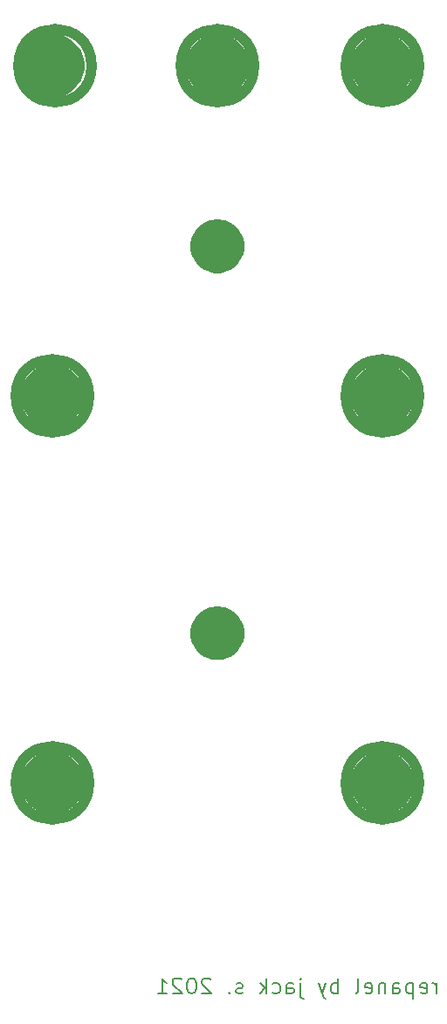
<source format=gbr>
G04 #@! TF.GenerationSoftware,KiCad,Pcbnew,(5.1.5-0)*
G04 #@! TF.CreationDate,2021-01-08T11:38:53-08:00*
G04 #@! TF.ProjectId,sauceofunce,73617563-656f-4667-956e-63652e6b6963,rev?*
G04 #@! TF.SameCoordinates,Original*
G04 #@! TF.FileFunction,Soldermask,Bot*
G04 #@! TF.FilePolarity,Negative*
%FSLAX46Y46*%
G04 Gerber Fmt 4.6, Leading zero omitted, Abs format (unit mm)*
G04 Created by KiCad (PCBNEW (5.1.5-0)) date 2021-01-08 11:38:53*
%MOMM*%
%LPD*%
G04 APERTURE LIST*
%ADD10C,0.150000*%
%ADD11C,1.000000*%
%ADD12C,0.100000*%
G04 APERTURE END LIST*
D10*
X146464285Y-19928571D02*
X146464285Y-18928571D01*
X146464285Y-19214285D02*
X146392857Y-19071428D01*
X146321428Y-19000000D01*
X146178571Y-18928571D01*
X146035714Y-18928571D01*
X144964285Y-19857142D02*
X145107142Y-19928571D01*
X145392857Y-19928571D01*
X145535714Y-19857142D01*
X145607142Y-19714285D01*
X145607142Y-19142857D01*
X145535714Y-19000000D01*
X145392857Y-18928571D01*
X145107142Y-18928571D01*
X144964285Y-19000000D01*
X144892857Y-19142857D01*
X144892857Y-19285714D01*
X145607142Y-19428571D01*
X144250000Y-18928571D02*
X144250000Y-20428571D01*
X144250000Y-19000000D02*
X144107142Y-18928571D01*
X143821428Y-18928571D01*
X143678571Y-19000000D01*
X143607142Y-19071428D01*
X143535714Y-19214285D01*
X143535714Y-19642857D01*
X143607142Y-19785714D01*
X143678571Y-19857142D01*
X143821428Y-19928571D01*
X144107142Y-19928571D01*
X144250000Y-19857142D01*
X142250000Y-19928571D02*
X142250000Y-19142857D01*
X142321428Y-19000000D01*
X142464285Y-18928571D01*
X142750000Y-18928571D01*
X142892857Y-19000000D01*
X142250000Y-19857142D02*
X142392857Y-19928571D01*
X142750000Y-19928571D01*
X142892857Y-19857142D01*
X142964285Y-19714285D01*
X142964285Y-19571428D01*
X142892857Y-19428571D01*
X142750000Y-19357142D01*
X142392857Y-19357142D01*
X142250000Y-19285714D01*
X141535714Y-18928571D02*
X141535714Y-19928571D01*
X141535714Y-19071428D02*
X141464285Y-19000000D01*
X141321428Y-18928571D01*
X141107142Y-18928571D01*
X140964285Y-19000000D01*
X140892857Y-19142857D01*
X140892857Y-19928571D01*
X139607142Y-19857142D02*
X139750000Y-19928571D01*
X140035714Y-19928571D01*
X140178571Y-19857142D01*
X140250000Y-19714285D01*
X140250000Y-19142857D01*
X140178571Y-19000000D01*
X140035714Y-18928571D01*
X139750000Y-18928571D01*
X139607142Y-19000000D01*
X139535714Y-19142857D01*
X139535714Y-19285714D01*
X140250000Y-19428571D01*
X138678571Y-19928571D02*
X138821428Y-19857142D01*
X138892857Y-19714285D01*
X138892857Y-18428571D01*
X136964285Y-19928571D02*
X136964285Y-18428571D01*
X136964285Y-19000000D02*
X136821428Y-18928571D01*
X136535714Y-18928571D01*
X136392857Y-19000000D01*
X136321428Y-19071428D01*
X136250000Y-19214285D01*
X136250000Y-19642857D01*
X136321428Y-19785714D01*
X136392857Y-19857142D01*
X136535714Y-19928571D01*
X136821428Y-19928571D01*
X136964285Y-19857142D01*
X135750000Y-18928571D02*
X135392857Y-19928571D01*
X135035714Y-18928571D02*
X135392857Y-19928571D01*
X135535714Y-20285714D01*
X135607142Y-20357142D01*
X135750000Y-20428571D01*
X133321428Y-18928571D02*
X133321428Y-20214285D01*
X133392857Y-20357142D01*
X133535714Y-20428571D01*
X133607142Y-20428571D01*
X133321428Y-18428571D02*
X133392857Y-18500000D01*
X133321428Y-18571428D01*
X133250000Y-18500000D01*
X133321428Y-18428571D01*
X133321428Y-18571428D01*
X131964285Y-19928571D02*
X131964285Y-19142857D01*
X132035714Y-19000000D01*
X132178571Y-18928571D01*
X132464285Y-18928571D01*
X132607142Y-19000000D01*
X131964285Y-19857142D02*
X132107142Y-19928571D01*
X132464285Y-19928571D01*
X132607142Y-19857142D01*
X132678571Y-19714285D01*
X132678571Y-19571428D01*
X132607142Y-19428571D01*
X132464285Y-19357142D01*
X132107142Y-19357142D01*
X131964285Y-19285714D01*
X130607142Y-19857142D02*
X130750000Y-19928571D01*
X131035714Y-19928571D01*
X131178571Y-19857142D01*
X131250000Y-19785714D01*
X131321428Y-19642857D01*
X131321428Y-19214285D01*
X131250000Y-19071428D01*
X131178571Y-19000000D01*
X131035714Y-18928571D01*
X130750000Y-18928571D01*
X130607142Y-19000000D01*
X129964285Y-19928571D02*
X129964285Y-18428571D01*
X129821428Y-19357142D02*
X129392857Y-19928571D01*
X129392857Y-18928571D02*
X129964285Y-19500000D01*
X127678571Y-19857142D02*
X127535714Y-19928571D01*
X127250000Y-19928571D01*
X127107142Y-19857142D01*
X127035714Y-19714285D01*
X127035714Y-19642857D01*
X127107142Y-19500000D01*
X127250000Y-19428571D01*
X127464285Y-19428571D01*
X127607142Y-19357142D01*
X127678571Y-19214285D01*
X127678571Y-19142857D01*
X127607142Y-19000000D01*
X127464285Y-18928571D01*
X127250000Y-18928571D01*
X127107142Y-19000000D01*
X126392857Y-19785714D02*
X126321428Y-19857142D01*
X126392857Y-19928571D01*
X126464285Y-19857142D01*
X126392857Y-19785714D01*
X126392857Y-19928571D01*
X124607142Y-18571428D02*
X124535714Y-18500000D01*
X124392857Y-18428571D01*
X124035714Y-18428571D01*
X123892857Y-18500000D01*
X123821428Y-18571428D01*
X123750000Y-18714285D01*
X123750000Y-18857142D01*
X123821428Y-19071428D01*
X124678571Y-19928571D01*
X123750000Y-19928571D01*
X122821428Y-18428571D02*
X122678571Y-18428571D01*
X122535714Y-18500000D01*
X122464285Y-18571428D01*
X122392857Y-18714285D01*
X122321428Y-19000000D01*
X122321428Y-19357142D01*
X122392857Y-19642857D01*
X122464285Y-19785714D01*
X122535714Y-19857142D01*
X122678571Y-19928571D01*
X122821428Y-19928571D01*
X122964285Y-19857142D01*
X123035714Y-19785714D01*
X123107142Y-19642857D01*
X123178571Y-19357142D01*
X123178571Y-19000000D01*
X123107142Y-18714285D01*
X123035714Y-18571428D01*
X122964285Y-18500000D01*
X122821428Y-18428571D01*
X121750000Y-18571428D02*
X121678571Y-18500000D01*
X121535714Y-18428571D01*
X121178571Y-18428571D01*
X121035714Y-18500000D01*
X120964285Y-18571428D01*
X120892857Y-18714285D01*
X120892857Y-18857142D01*
X120964285Y-19071428D01*
X121821428Y-19928571D01*
X120892857Y-19928571D01*
X119464285Y-19928571D02*
X120321428Y-19928571D01*
X119892857Y-19928571D02*
X119892857Y-18428571D01*
X120035714Y-18642857D01*
X120178571Y-18785714D01*
X120321428Y-18857142D01*
D11*
X112800000Y38000000D02*
G75*
G03X112800000Y38000000I-3550000J0D01*
G01*
X144800000Y38000000D02*
G75*
G03X144800000Y38000000I-3550000J0D01*
G01*
X113050000Y70000000D02*
G75*
G03X113050000Y70000000I-3550000J0D01*
G01*
X128800000Y70000000D02*
G75*
G03X128800000Y70000000I-3550000J0D01*
G01*
X144800000Y70000000D02*
G75*
G03X144800000Y70000000I-3550000J0D01*
G01*
X144800000Y500000D02*
G75*
G03X144800000Y500000I-3550000J0D01*
G01*
X112800000Y500000D02*
G75*
G03X112800000Y500000I-3550000J0D01*
G01*
D12*
G36*
X141854975Y3541415D02*
G01*
X142154528Y3481830D01*
X142718874Y3248070D01*
X143226772Y2908704D01*
X143658704Y2476772D01*
X143998070Y1968874D01*
X144231830Y1404528D01*
X144351000Y805422D01*
X144351000Y194578D01*
X144231830Y-404528D01*
X143998070Y-968874D01*
X143658704Y-1476772D01*
X143226772Y-1908704D01*
X142718874Y-2248070D01*
X142154528Y-2481830D01*
X141854975Y-2541415D01*
X141555423Y-2601000D01*
X140944577Y-2601000D01*
X140645025Y-2541415D01*
X140345472Y-2481830D01*
X139781126Y-2248070D01*
X139273228Y-1908704D01*
X138841296Y-1476772D01*
X138501930Y-968874D01*
X138268170Y-404528D01*
X138149000Y194578D01*
X138149000Y805422D01*
X138268170Y1404528D01*
X138501930Y1968874D01*
X138841296Y2476772D01*
X139273228Y2908704D01*
X139781126Y3248070D01*
X140345472Y3481830D01*
X140645025Y3541415D01*
X140944577Y3601000D01*
X141555423Y3601000D01*
X141854975Y3541415D01*
G37*
G36*
X109854975Y3541415D02*
G01*
X110154528Y3481830D01*
X110718874Y3248070D01*
X111226772Y2908704D01*
X111658704Y2476772D01*
X111998070Y1968874D01*
X112231830Y1404528D01*
X112351000Y805422D01*
X112351000Y194578D01*
X112231830Y-404528D01*
X111998070Y-968874D01*
X111658704Y-1476772D01*
X111226772Y-1908704D01*
X110718874Y-2248070D01*
X110154528Y-2481830D01*
X109854975Y-2541415D01*
X109555423Y-2601000D01*
X108944577Y-2601000D01*
X108645025Y-2541415D01*
X108345472Y-2481830D01*
X107781126Y-2248070D01*
X107273228Y-1908704D01*
X106841296Y-1476772D01*
X106501930Y-968874D01*
X106268170Y-404528D01*
X106149000Y194578D01*
X106149000Y805422D01*
X106268170Y1404528D01*
X106501930Y1968874D01*
X106841296Y2476772D01*
X107273228Y2908704D01*
X107781126Y3248070D01*
X108345472Y3481830D01*
X108645025Y3541415D01*
X108944577Y3601000D01*
X109555423Y3601000D01*
X109854975Y3541415D01*
G37*
G36*
X125757430Y17551022D02*
G01*
X126008684Y17501045D01*
X126204752Y17419831D01*
X126482034Y17304977D01*
X126482035Y17304976D01*
X126908041Y17020329D01*
X127270329Y16658041D01*
X127460524Y16373393D01*
X127554977Y16232034D01*
X127751045Y15758683D01*
X127851000Y15256177D01*
X127851000Y14743823D01*
X127751045Y14241317D01*
X127554977Y13767966D01*
X127554976Y13767965D01*
X127270329Y13341959D01*
X126908041Y12979671D01*
X126623393Y12789476D01*
X126482034Y12695023D01*
X126204752Y12580169D01*
X126008684Y12498955D01*
X125757430Y12448978D01*
X125506177Y12399000D01*
X124993823Y12399000D01*
X124742570Y12448977D01*
X124491316Y12498955D01*
X124295248Y12580169D01*
X124017966Y12695023D01*
X123876607Y12789476D01*
X123591959Y12979671D01*
X123229671Y13341959D01*
X122945024Y13767965D01*
X122945023Y13767966D01*
X122748955Y14241317D01*
X122649000Y14743823D01*
X122649000Y15256177D01*
X122748955Y15758683D01*
X122945023Y16232034D01*
X123039476Y16373393D01*
X123229671Y16658041D01*
X123591959Y17020329D01*
X124017965Y17304976D01*
X124017966Y17304977D01*
X124295248Y17419831D01*
X124491316Y17501045D01*
X124742570Y17551022D01*
X124993823Y17601000D01*
X125506177Y17601000D01*
X125757430Y17551022D01*
G37*
G36*
X141854975Y41041415D02*
G01*
X142154528Y40981830D01*
X142718874Y40748070D01*
X143226772Y40408704D01*
X143658704Y39976772D01*
X143998070Y39468874D01*
X144231830Y38904528D01*
X144351000Y38305422D01*
X144351000Y37694578D01*
X144231830Y37095472D01*
X143998070Y36531126D01*
X143658704Y36023228D01*
X143226772Y35591296D01*
X142718874Y35251930D01*
X142154528Y35018170D01*
X141854975Y34958585D01*
X141555423Y34899000D01*
X140944577Y34899000D01*
X140645025Y34958585D01*
X140345472Y35018170D01*
X139781126Y35251930D01*
X139273228Y35591296D01*
X138841296Y36023228D01*
X138501930Y36531126D01*
X138268170Y37095472D01*
X138149000Y37694578D01*
X138149000Y38305422D01*
X138268170Y38904528D01*
X138501930Y39468874D01*
X138841296Y39976772D01*
X139273228Y40408704D01*
X139781126Y40748070D01*
X140345472Y40981830D01*
X140645025Y41041415D01*
X140944577Y41101000D01*
X141555423Y41101000D01*
X141854975Y41041415D01*
G37*
G36*
X109854975Y41041415D02*
G01*
X110154528Y40981830D01*
X110718874Y40748070D01*
X111226772Y40408704D01*
X111658704Y39976772D01*
X111998070Y39468874D01*
X112231830Y38904528D01*
X112351000Y38305422D01*
X112351000Y37694578D01*
X112231830Y37095472D01*
X111998070Y36531126D01*
X111658704Y36023228D01*
X111226772Y35591296D01*
X110718874Y35251930D01*
X110154528Y35018170D01*
X109854975Y34958585D01*
X109555423Y34899000D01*
X108944577Y34899000D01*
X108645025Y34958585D01*
X108345472Y35018170D01*
X107781126Y35251930D01*
X107273228Y35591296D01*
X106841296Y36023228D01*
X106501930Y36531126D01*
X106268170Y37095472D01*
X106149000Y37694578D01*
X106149000Y38305422D01*
X106268170Y38904528D01*
X106501930Y39468874D01*
X106841296Y39976772D01*
X107273228Y40408704D01*
X107781126Y40748070D01*
X108345472Y40981830D01*
X108645025Y41041415D01*
X108944577Y41101000D01*
X109555423Y41101000D01*
X109854975Y41041415D01*
G37*
G36*
X125757430Y55051023D02*
G01*
X126008684Y55001045D01*
X126204752Y54919831D01*
X126482034Y54804977D01*
X126482035Y54804976D01*
X126908041Y54520329D01*
X127270329Y54158041D01*
X127460524Y53873393D01*
X127554977Y53732034D01*
X127751045Y53258683D01*
X127851000Y52756177D01*
X127851000Y52243823D01*
X127751045Y51741317D01*
X127554977Y51267966D01*
X127554976Y51267965D01*
X127270329Y50841959D01*
X126908041Y50479671D01*
X126623393Y50289476D01*
X126482034Y50195023D01*
X126204752Y50080169D01*
X126008684Y49998955D01*
X125757430Y49948977D01*
X125506177Y49899000D01*
X124993823Y49899000D01*
X124742570Y49948978D01*
X124491316Y49998955D01*
X124295248Y50080169D01*
X124017966Y50195023D01*
X123876607Y50289476D01*
X123591959Y50479671D01*
X123229671Y50841959D01*
X122945024Y51267965D01*
X122945023Y51267966D01*
X122748955Y51741317D01*
X122649000Y52243823D01*
X122649000Y52756177D01*
X122748955Y53258683D01*
X122945023Y53732034D01*
X123039476Y53873393D01*
X123229671Y54158041D01*
X123591959Y54520329D01*
X124017965Y54804976D01*
X124017966Y54804977D01*
X124295248Y54919831D01*
X124491316Y55001045D01*
X124742570Y55051023D01*
X124993823Y55101000D01*
X125506177Y55101000D01*
X125757430Y55051023D01*
G37*
G36*
X141854975Y73041415D02*
G01*
X142154528Y72981830D01*
X142718874Y72748070D01*
X143226772Y72408704D01*
X143658704Y71976772D01*
X143998070Y71468874D01*
X144231830Y70904528D01*
X144351000Y70305422D01*
X144351000Y69694578D01*
X144231830Y69095472D01*
X143998070Y68531126D01*
X143658704Y68023228D01*
X143226772Y67591296D01*
X142718874Y67251930D01*
X142154528Y67018170D01*
X141854975Y66958585D01*
X141555423Y66899000D01*
X140944577Y66899000D01*
X140645025Y66958585D01*
X140345472Y67018170D01*
X139781126Y67251930D01*
X139273228Y67591296D01*
X138841296Y68023228D01*
X138501930Y68531126D01*
X138268170Y69095472D01*
X138149000Y69694578D01*
X138149000Y70305422D01*
X138268170Y70904528D01*
X138501930Y71468874D01*
X138841296Y71976772D01*
X139273228Y72408704D01*
X139781126Y72748070D01*
X140345472Y72981830D01*
X140645025Y73041415D01*
X140944577Y73101000D01*
X141555423Y73101000D01*
X141854975Y73041415D01*
G37*
G36*
X125854975Y73041415D02*
G01*
X126154528Y72981830D01*
X126718874Y72748070D01*
X127226772Y72408704D01*
X127658704Y71976772D01*
X127998070Y71468874D01*
X128231830Y70904528D01*
X128351000Y70305422D01*
X128351000Y69694578D01*
X128231830Y69095472D01*
X127998070Y68531126D01*
X127658704Y68023228D01*
X127226772Y67591296D01*
X126718874Y67251930D01*
X126154528Y67018170D01*
X125854975Y66958585D01*
X125555423Y66899000D01*
X124944577Y66899000D01*
X124645025Y66958585D01*
X124345472Y67018170D01*
X123781126Y67251930D01*
X123273228Y67591296D01*
X122841296Y68023228D01*
X122501930Y68531126D01*
X122268170Y69095472D01*
X122149000Y69694578D01*
X122149000Y70305422D01*
X122268170Y70904528D01*
X122501930Y71468874D01*
X122841296Y71976772D01*
X123273228Y72408704D01*
X123781126Y72748070D01*
X124345472Y72981830D01*
X124645025Y73041415D01*
X124944577Y73101000D01*
X125555423Y73101000D01*
X125854975Y73041415D01*
G37*
G36*
X109854975Y73041415D02*
G01*
X110154528Y72981830D01*
X110718874Y72748070D01*
X111226772Y72408704D01*
X111658704Y71976772D01*
X111998070Y71468874D01*
X112231830Y70904528D01*
X112351000Y70305422D01*
X112351000Y69694578D01*
X112231830Y69095472D01*
X111998070Y68531126D01*
X111658704Y68023228D01*
X111226772Y67591296D01*
X110718874Y67251930D01*
X110154528Y67018170D01*
X109854975Y66958585D01*
X109555423Y66899000D01*
X108944577Y66899000D01*
X108645025Y66958585D01*
X108345472Y67018170D01*
X107781126Y67251930D01*
X107273228Y67591296D01*
X106841296Y68023228D01*
X106501930Y68531126D01*
X106268170Y69095472D01*
X106149000Y69694578D01*
X106149000Y70305422D01*
X106268170Y70904528D01*
X106501930Y71468874D01*
X106841296Y71976772D01*
X107273228Y72408704D01*
X107781126Y72748070D01*
X108345472Y72981830D01*
X108645025Y73041415D01*
X108944577Y73101000D01*
X109555423Y73101000D01*
X109854975Y73041415D01*
G37*
M02*

</source>
